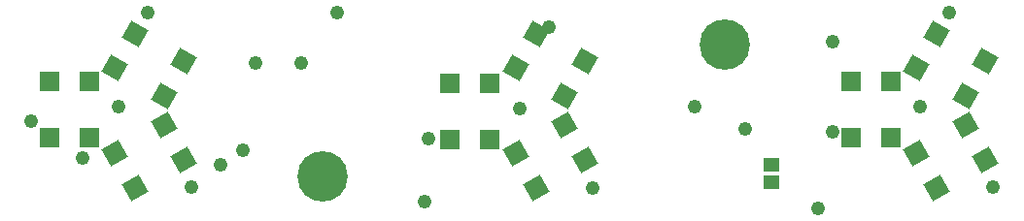
<source format=gts>
%FSLAX25Y25*%
%MOIN*%
G70*
G01*
G75*
G04 Layer_Color=128*
%ADD10R,0.05906X0.05906*%
%ADD11P,0.08352X4X195.0*%
%ADD12P,0.08352X4X75.0*%
%ADD13R,0.05000X0.04000*%
%ADD14C,0.02500*%
%ADD15C,0.16500*%
%ADD16C,0.04000*%
%ADD17R,0.08000X0.05000*%
%ADD18R,0.12205X0.17716*%
%ADD19C,0.05000*%
%ADD20C,0.01000*%
%ADD21C,0.01200*%
%ADD22R,0.04906X0.04906*%
%ADD23P,0.06937X4X195.0*%
%ADD24P,0.06937X4X75.0*%
%ADD25R,0.04000X0.03000*%
%ADD26R,0.07000X0.04000*%
%ADD27R,0.11205X0.16716*%
%ADD28R,0.06706X0.06706*%
%ADD29P,0.09483X4X195.0*%
%ADD30P,0.09483X4X75.0*%
%ADD31R,0.05800X0.04800*%
%ADD32C,0.17300*%
%ADD33C,0.04800*%
D28*
X876110Y1008646D02*
D03*
X889890D02*
D03*
X876110Y989354D02*
D03*
X889890D02*
D03*
X1013610Y1008146D02*
D03*
X1027390D02*
D03*
X1013610Y988854D02*
D03*
X1027390D02*
D03*
X1151110Y1008646D02*
D03*
X1164890D02*
D03*
X1151110Y989354D02*
D03*
X1164890D02*
D03*
D29*
X922298Y1015644D02*
D03*
X915409Y1003710D02*
D03*
X905591Y1025290D02*
D03*
X898702Y1013356D02*
D03*
X1059798Y1015644D02*
D03*
X1052909Y1003710D02*
D03*
X1043091Y1025290D02*
D03*
X1036202Y1013356D02*
D03*
X1197298Y1015644D02*
D03*
X1190409Y1003710D02*
D03*
X1180591Y1025290D02*
D03*
X1173702Y1013356D02*
D03*
D30*
X905591Y972211D02*
D03*
X898702Y984144D02*
D03*
X922298Y981856D02*
D03*
X915409Y993789D02*
D03*
X1036202Y984144D02*
D03*
X1059798Y981856D02*
D03*
X1052909Y993789D02*
D03*
X1180591Y972211D02*
D03*
X1173702Y984144D02*
D03*
X1197298Y981856D02*
D03*
X1190409Y993789D02*
D03*
X1043091Y972211D02*
D03*
D31*
X1124000Y980000D02*
D03*
Y974000D02*
D03*
D32*
X1108000Y1021500D02*
D03*
X970000Y976000D02*
D03*
D33*
X1115000Y992500D02*
D03*
X1005000Y967500D02*
D03*
X975000Y1032500D02*
D03*
X946752Y1015000D02*
D03*
X962500D02*
D03*
X942500Y985000D02*
D03*
X935000Y980000D02*
D03*
X887500Y982500D02*
D03*
X1097500Y1000000D02*
D03*
X1145000Y1022500D02*
D03*
X870000Y995000D02*
D03*
X910000Y1032500D02*
D03*
X925000Y972500D02*
D03*
X1006086Y989139D02*
D03*
X1047500Y1027500D02*
D03*
X1062500Y972000D02*
D03*
X900000Y1000000D02*
D03*
X1037500Y999500D02*
D03*
X1175000Y1000000D02*
D03*
X1200000Y972500D02*
D03*
X1185000Y1032500D02*
D03*
X1144902Y991572D02*
D03*
X1140000Y965000D02*
D03*
M02*

</source>
